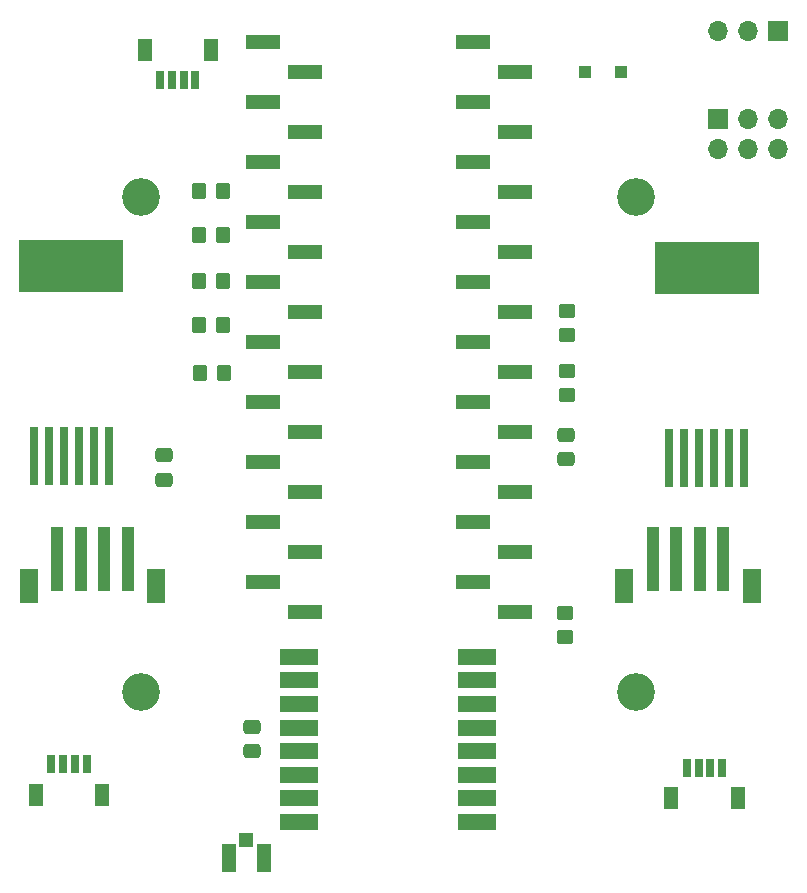
<source format=gbr>
%TF.GenerationSoftware,KiCad,Pcbnew,8.0.1*%
%TF.CreationDate,2024-04-05T12:57:05-06:00*%
%TF.ProjectId,weather_station_pico,77656174-6865-4725-9f73-746174696f6e,rev?*%
%TF.SameCoordinates,Original*%
%TF.FileFunction,Soldermask,Bot*%
%TF.FilePolarity,Negative*%
%FSLAX46Y46*%
G04 Gerber Fmt 4.6, Leading zero omitted, Abs format (unit mm)*
G04 Created by KiCad (PCBNEW 8.0.1) date 2024-04-05 12:57:05*
%MOMM*%
%LPD*%
G01*
G04 APERTURE LIST*
G04 Aperture macros list*
%AMRoundRect*
0 Rectangle with rounded corners*
0 $1 Rounding radius*
0 $2 $3 $4 $5 $6 $7 $8 $9 X,Y pos of 4 corners*
0 Add a 4 corners polygon primitive as box body*
4,1,4,$2,$3,$4,$5,$6,$7,$8,$9,$2,$3,0*
0 Add four circle primitives for the rounded corners*
1,1,$1+$1,$2,$3*
1,1,$1+$1,$4,$5*
1,1,$1+$1,$6,$7*
1,1,$1+$1,$8,$9*
0 Add four rect primitives between the rounded corners*
20,1,$1+$1,$2,$3,$4,$5,0*
20,1,$1+$1,$4,$5,$6,$7,0*
20,1,$1+$1,$6,$7,$8,$9,0*
20,1,$1+$1,$8,$9,$2,$3,0*%
G04 Aperture macros list end*
%ADD10C,3.200000*%
%ADD11R,1.700000X1.700000*%
%ADD12O,1.700000X1.700000*%
%ADD13RoundRect,0.250000X-0.350000X-0.450000X0.350000X-0.450000X0.350000X0.450000X-0.350000X0.450000X0*%
%ADD14R,2.959999X1.270000*%
%ADD15R,0.990600X5.511800*%
%ADD16R,1.600200X2.997200*%
%ADD17RoundRect,0.250000X-0.450000X0.350000X-0.450000X-0.350000X0.450000X-0.350000X0.450000X0.350000X0*%
%ADD18R,0.762000X5.003800*%
%ADD19R,8.788400X4.495800*%
%ADD20RoundRect,0.102000X-0.500000X-0.525000X0.500000X-0.525000X0.500000X0.525000X-0.500000X0.525000X0*%
%ADD21RoundRect,0.102000X-0.525000X-1.100000X0.525000X-1.100000X0.525000X1.100000X-0.525000X1.100000X0*%
%ADD22RoundRect,0.102000X1.500000X0.600000X-1.500000X0.600000X-1.500000X-0.600000X1.500000X-0.600000X0*%
%ADD23RoundRect,0.250000X-0.475000X0.337500X-0.475000X-0.337500X0.475000X-0.337500X0.475000X0.337500X0*%
%ADD24R,0.660400X1.549400*%
%ADD25R,1.295400X1.905000*%
%ADD26RoundRect,0.250000X0.475000X-0.337500X0.475000X0.337500X-0.475000X0.337500X-0.475000X-0.337500X0*%
%ADD27RoundRect,0.250000X0.450000X-0.350000X0.450000X0.350000X-0.450000X0.350000X-0.450000X-0.350000X0*%
%ADD28R,1.053200X1.000000*%
G04 APERTURE END LIST*
D10*
%TO.C,H3*%
X126535000Y-85990000D03*
%TD*%
%TO.C,H4*%
X168445000Y-85990000D03*
%TD*%
%TO.C,H1*%
X126535000Y-127900000D03*
%TD*%
D11*
%TO.C,J10*%
X175365000Y-79360000D03*
D12*
X175365000Y-81900000D03*
X177905000Y-79360000D03*
X177905000Y-81900000D03*
X180445000Y-79360000D03*
X180445000Y-81900000D03*
%TD*%
D10*
%TO.C,H2*%
X168445000Y-127900000D03*
%TD*%
D11*
%TO.C,J1*%
X180445000Y-71900000D03*
D12*
X177905000Y-71900000D03*
X175365000Y-71900000D03*
%TD*%
D13*
%TO.C,R3*%
X131445000Y-93100000D03*
X133445000Y-93100000D03*
%TD*%
D14*
%TO.C,U1*%
X136864999Y-72820000D03*
X140445000Y-75360000D03*
X136864999Y-77900000D03*
X140445000Y-80440000D03*
X136864999Y-82980000D03*
X140445000Y-85520000D03*
X136864999Y-88060000D03*
X140445000Y-90600000D03*
X136864999Y-93140000D03*
X140445000Y-95680000D03*
X136864999Y-98220000D03*
X140445000Y-100760000D03*
X136864999Y-103300000D03*
X140445000Y-105840000D03*
X136864999Y-108380000D03*
X140445000Y-110920000D03*
X136864999Y-113460000D03*
X140445000Y-116000000D03*
X136864999Y-118540000D03*
X140445000Y-121080000D03*
X158225000Y-121080000D03*
X154644999Y-118540000D03*
X158225000Y-116000000D03*
X154644999Y-113460000D03*
X158225000Y-110920000D03*
X154644999Y-108380000D03*
X158225000Y-105840000D03*
X154644999Y-103300000D03*
X158225000Y-100760000D03*
X154644999Y-98220000D03*
X158225000Y-95680000D03*
X154644999Y-93140000D03*
X158225000Y-90600000D03*
X154644999Y-88060000D03*
X158225000Y-85520000D03*
X154644999Y-82980000D03*
X158225000Y-80440000D03*
X154644999Y-77900000D03*
X158225000Y-75360000D03*
X154644999Y-72820000D03*
%TD*%
D15*
%TO.C,J9*%
X169845000Y-116644800D03*
X171844998Y-116644800D03*
X173845000Y-116644800D03*
X175844998Y-116644800D03*
D16*
X178244998Y-118894801D03*
X167445000Y-118894801D03*
%TD*%
D13*
%TO.C,R9*%
X131545000Y-100850000D03*
X133545000Y-100850000D03*
%TD*%
D17*
%TO.C,R10*%
X162445000Y-121200000D03*
X162445000Y-123200000D03*
%TD*%
D13*
%TO.C,R2*%
X131445000Y-89200000D03*
X133445000Y-89200000D03*
%TD*%
D18*
%TO.C,J7*%
X117445000Y-107900000D03*
X118715000Y-107900000D03*
X119985000Y-107900000D03*
X121255000Y-107900000D03*
X122525000Y-107900000D03*
X123795000Y-107900000D03*
D19*
X120620000Y-91849999D03*
%TD*%
D13*
%TO.C,R1*%
X131445000Y-85500000D03*
X133445000Y-85500000D03*
%TD*%
D20*
%TO.C,J4*%
X135445000Y-140375000D03*
D21*
X133970000Y-141900000D03*
X136920000Y-141900000D03*
%TD*%
D18*
%TO.C,J6*%
X171270000Y-108050001D03*
X172540000Y-108050001D03*
X173810000Y-108050001D03*
X175080000Y-108050001D03*
X176350000Y-108050001D03*
X177620000Y-108050001D03*
D19*
X174445000Y-92000000D03*
%TD*%
D22*
%TO.C,U2*%
X154945000Y-124900000D03*
X154945000Y-126900000D03*
X154945000Y-128900000D03*
X154945000Y-130900000D03*
X154945000Y-132900000D03*
X154945000Y-134900000D03*
X154945000Y-136900000D03*
X154945000Y-138900000D03*
X139945000Y-138900000D03*
X139945000Y-136900000D03*
X139945000Y-134900000D03*
X139945000Y-132900000D03*
X139945000Y-130900000D03*
X139945000Y-128900000D03*
X139945000Y-126900000D03*
X139945000Y-124900000D03*
%TD*%
D23*
%TO.C,C1*%
X135945000Y-130825000D03*
X135945000Y-132900000D03*
%TD*%
D24*
%TO.C,J2*%
X172744999Y-134320000D03*
X173745000Y-134320000D03*
X174744998Y-134320000D03*
X175744999Y-134320000D03*
D25*
X171445000Y-136900000D03*
X177044998Y-136900000D03*
%TD*%
D24*
%TO.C,J5*%
X131145000Y-76078900D03*
X130144999Y-76078900D03*
X129145001Y-76078900D03*
X128145000Y-76078900D03*
D25*
X132444999Y-73498900D03*
X126845001Y-73498900D03*
%TD*%
D13*
%TO.C,R4*%
X131445000Y-96800000D03*
X133445000Y-96800000D03*
%TD*%
D26*
%TO.C,C3*%
X128445000Y-109900000D03*
X128445000Y-107825000D03*
%TD*%
D27*
%TO.C,R8*%
X162595000Y-102750000D03*
X162595000Y-100750000D03*
%TD*%
%TO.C,R7*%
X162595000Y-97650000D03*
X162595000Y-95650000D03*
%TD*%
D24*
%TO.C,J3*%
X118945000Y-134017799D03*
X119945001Y-134017799D03*
X120944999Y-134017799D03*
X121945000Y-134017799D03*
D25*
X117645001Y-136597799D03*
X123244999Y-136597799D03*
%TD*%
D26*
%TO.C,C2*%
X162545000Y-108175000D03*
X162545000Y-106100000D03*
%TD*%
D28*
%TO.C,CR1*%
X167171600Y-75400000D03*
X164118400Y-75400000D03*
%TD*%
D15*
%TO.C,J8*%
X119445001Y-116644800D03*
X121444999Y-116644800D03*
X123445001Y-116644800D03*
X125444999Y-116644800D03*
D16*
X127844999Y-118894801D03*
X117045001Y-118894801D03*
%TD*%
M02*

</source>
